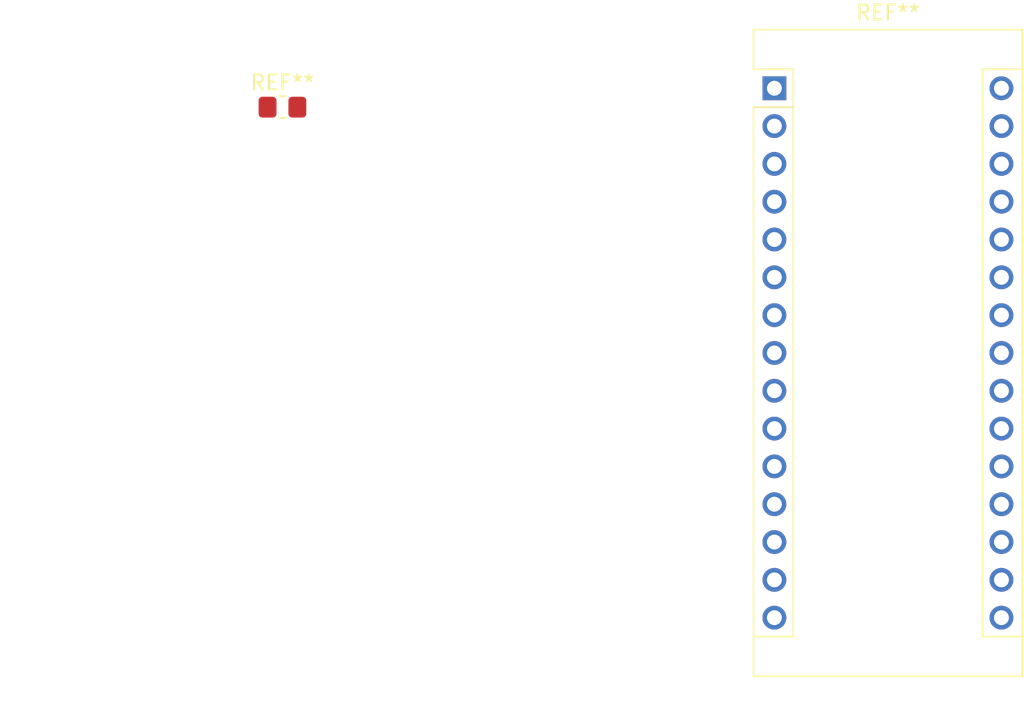
<source format=kicad_pcb>
(kicad_pcb (version 20171130) (host pcbnew "(5.1.12)-1")

  (general
    (thickness 1.6)
    (drawings 0)
    (tracks 0)
    (zones 0)
    (modules 2)
    (nets 1)
  )

  (page A4)
  (layers
    (0 F.Cu signal)
    (31 B.Cu signal)
    (32 B.Adhes user)
    (33 F.Adhes user)
    (34 B.Paste user)
    (35 F.Paste user)
    (36 B.SilkS user)
    (37 F.SilkS user)
    (38 B.Mask user)
    (39 F.Mask user)
    (40 Dwgs.User user)
    (41 Cmts.User user)
    (42 Eco1.User user)
    (43 Eco2.User user)
    (44 Edge.Cuts user)
    (45 Margin user)
    (46 B.CrtYd user)
    (47 F.CrtYd user)
    (48 B.Fab user)
    (49 F.Fab user)
  )

  (setup
    (last_trace_width 0.25)
    (trace_clearance 0.2)
    (zone_clearance 0.508)
    (zone_45_only no)
    (trace_min 0.2)
    (via_size 0.8)
    (via_drill 0.4)
    (via_min_size 0.4)
    (via_min_drill 0.3)
    (uvia_size 0.3)
    (uvia_drill 0.1)
    (uvias_allowed no)
    (uvia_min_size 0.2)
    (uvia_min_drill 0.1)
    (edge_width 0.05)
    (segment_width 0.2)
    (pcb_text_width 0.3)
    (pcb_text_size 1.5 1.5)
    (mod_edge_width 0.12)
    (mod_text_size 1 1)
    (mod_text_width 0.15)
    (pad_size 1.524 1.524)
    (pad_drill 0.762)
    (pad_to_mask_clearance 0)
    (aux_axis_origin 0 0)
    (visible_elements FFFFFF7F)
    (pcbplotparams
      (layerselection 0x010fc_ffffffff)
      (usegerberextensions false)
      (usegerberattributes true)
      (usegerberadvancedattributes true)
      (creategerberjobfile true)
      (excludeedgelayer true)
      (linewidth 0.100000)
      (plotframeref false)
      (viasonmask false)
      (mode 1)
      (useauxorigin false)
      (hpglpennumber 1)
      (hpglpenspeed 20)
      (hpglpendiameter 15.000000)
      (psnegative false)
      (psa4output false)
      (plotreference true)
      (plotvalue true)
      (plotinvisibletext false)
      (padsonsilk false)
      (subtractmaskfromsilk false)
      (outputformat 1)
      (mirror false)
      (drillshape 1)
      (scaleselection 1)
      (outputdirectory ""))
  )

  (net 0 "")

  (net_class Default "This is the default net class."
    (clearance 0.2)
    (trace_width 0.25)
    (via_dia 0.8)
    (via_drill 0.4)
    (uvia_dia 0.3)
    (uvia_drill 0.1)
  )

  (module Module:Arduino_Nano (layer F.Cu) (tedit 58ACAF70) (tstamp 61A134A6)
    (at 138.43 73.66)
    (descr "Arduino Nano, http://www.mouser.com/pdfdocs/Gravitech_Arduino_Nano3_0.pdf")
    (tags "Arduino Nano")
    (fp_text reference REF** (at 7.62 -5.08) (layer F.SilkS)
      (effects (font (size 1 1) (thickness 0.15)))
    )
    (fp_text value Arduino_Nano (at 8.89 19.05 90) (layer F.Fab)
      (effects (font (size 1 1) (thickness 0.15)))
    )
    (fp_text user %R (at 6.35 19.05 90) (layer F.Fab)
      (effects (font (size 1 1) (thickness 0.15)))
    )
    (fp_line (start 1.27 1.27) (end 1.27 -1.27) (layer F.SilkS) (width 0.12))
    (fp_line (start 1.27 -1.27) (end -1.4 -1.27) (layer F.SilkS) (width 0.12))
    (fp_line (start -1.4 1.27) (end -1.4 39.5) (layer F.SilkS) (width 0.12))
    (fp_line (start -1.4 -3.94) (end -1.4 -1.27) (layer F.SilkS) (width 0.12))
    (fp_line (start 13.97 -1.27) (end 16.64 -1.27) (layer F.SilkS) (width 0.12))
    (fp_line (start 13.97 -1.27) (end 13.97 36.83) (layer F.SilkS) (width 0.12))
    (fp_line (start 13.97 36.83) (end 16.64 36.83) (layer F.SilkS) (width 0.12))
    (fp_line (start 1.27 1.27) (end -1.4 1.27) (layer F.SilkS) (width 0.12))
    (fp_line (start 1.27 1.27) (end 1.27 36.83) (layer F.SilkS) (width 0.12))
    (fp_line (start 1.27 36.83) (end -1.4 36.83) (layer F.SilkS) (width 0.12))
    (fp_line (start 3.81 31.75) (end 11.43 31.75) (layer F.Fab) (width 0.1))
    (fp_line (start 11.43 31.75) (end 11.43 41.91) (layer F.Fab) (width 0.1))
    (fp_line (start 11.43 41.91) (end 3.81 41.91) (layer F.Fab) (width 0.1))
    (fp_line (start 3.81 41.91) (end 3.81 31.75) (layer F.Fab) (width 0.1))
    (fp_line (start -1.4 39.5) (end 16.64 39.5) (layer F.SilkS) (width 0.12))
    (fp_line (start 16.64 39.5) (end 16.64 -3.94) (layer F.SilkS) (width 0.12))
    (fp_line (start 16.64 -3.94) (end -1.4 -3.94) (layer F.SilkS) (width 0.12))
    (fp_line (start 16.51 39.37) (end -1.27 39.37) (layer F.Fab) (width 0.1))
    (fp_line (start -1.27 39.37) (end -1.27 -2.54) (layer F.Fab) (width 0.1))
    (fp_line (start -1.27 -2.54) (end 0 -3.81) (layer F.Fab) (width 0.1))
    (fp_line (start 0 -3.81) (end 16.51 -3.81) (layer F.Fab) (width 0.1))
    (fp_line (start 16.51 -3.81) (end 16.51 39.37) (layer F.Fab) (width 0.1))
    (fp_line (start -1.53 -4.06) (end 16.75 -4.06) (layer F.CrtYd) (width 0.05))
    (fp_line (start -1.53 -4.06) (end -1.53 42.16) (layer F.CrtYd) (width 0.05))
    (fp_line (start 16.75 42.16) (end 16.75 -4.06) (layer F.CrtYd) (width 0.05))
    (fp_line (start 16.75 42.16) (end -1.53 42.16) (layer F.CrtYd) (width 0.05))
    (pad 16 thru_hole oval (at 15.24 35.56) (size 1.6 1.6) (drill 1) (layers *.Cu *.Mask))
    (pad 15 thru_hole oval (at 0 35.56) (size 1.6 1.6) (drill 1) (layers *.Cu *.Mask))
    (pad 30 thru_hole oval (at 15.24 0) (size 1.6 1.6) (drill 1) (layers *.Cu *.Mask))
    (pad 14 thru_hole oval (at 0 33.02) (size 1.6 1.6) (drill 1) (layers *.Cu *.Mask))
    (pad 29 thru_hole oval (at 15.24 2.54) (size 1.6 1.6) (drill 1) (layers *.Cu *.Mask))
    (pad 13 thru_hole oval (at 0 30.48) (size 1.6 1.6) (drill 1) (layers *.Cu *.Mask))
    (pad 28 thru_hole oval (at 15.24 5.08) (size 1.6 1.6) (drill 1) (layers *.Cu *.Mask))
    (pad 12 thru_hole oval (at 0 27.94) (size 1.6 1.6) (drill 1) (layers *.Cu *.Mask))
    (pad 27 thru_hole oval (at 15.24 7.62) (size 1.6 1.6) (drill 1) (layers *.Cu *.Mask))
    (pad 11 thru_hole oval (at 0 25.4) (size 1.6 1.6) (drill 1) (layers *.Cu *.Mask))
    (pad 26 thru_hole oval (at 15.24 10.16) (size 1.6 1.6) (drill 1) (layers *.Cu *.Mask))
    (pad 10 thru_hole oval (at 0 22.86) (size 1.6 1.6) (drill 1) (layers *.Cu *.Mask))
    (pad 25 thru_hole oval (at 15.24 12.7) (size 1.6 1.6) (drill 1) (layers *.Cu *.Mask))
    (pad 9 thru_hole oval (at 0 20.32) (size 1.6 1.6) (drill 1) (layers *.Cu *.Mask))
    (pad 24 thru_hole oval (at 15.24 15.24) (size 1.6 1.6) (drill 1) (layers *.Cu *.Mask))
    (pad 8 thru_hole oval (at 0 17.78) (size 1.6 1.6) (drill 1) (layers *.Cu *.Mask))
    (pad 23 thru_hole oval (at 15.24 17.78) (size 1.6 1.6) (drill 1) (layers *.Cu *.Mask))
    (pad 7 thru_hole oval (at 0 15.24) (size 1.6 1.6) (drill 1) (layers *.Cu *.Mask))
    (pad 22 thru_hole oval (at 15.24 20.32) (size 1.6 1.6) (drill 1) (layers *.Cu *.Mask))
    (pad 6 thru_hole oval (at 0 12.7) (size 1.6 1.6) (drill 1) (layers *.Cu *.Mask))
    (pad 21 thru_hole oval (at 15.24 22.86) (size 1.6 1.6) (drill 1) (layers *.Cu *.Mask))
    (pad 5 thru_hole oval (at 0 10.16) (size 1.6 1.6) (drill 1) (layers *.Cu *.Mask))
    (pad 20 thru_hole oval (at 15.24 25.4) (size 1.6 1.6) (drill 1) (layers *.Cu *.Mask))
    (pad 4 thru_hole oval (at 0 7.62) (size 1.6 1.6) (drill 1) (layers *.Cu *.Mask))
    (pad 19 thru_hole oval (at 15.24 27.94) (size 1.6 1.6) (drill 1) (layers *.Cu *.Mask))
    (pad 3 thru_hole oval (at 0 5.08) (size 1.6 1.6) (drill 1) (layers *.Cu *.Mask))
    (pad 18 thru_hole oval (at 15.24 30.48) (size 1.6 1.6) (drill 1) (layers *.Cu *.Mask))
    (pad 2 thru_hole oval (at 0 2.54) (size 1.6 1.6) (drill 1) (layers *.Cu *.Mask))
    (pad 17 thru_hole oval (at 15.24 33.02) (size 1.6 1.6) (drill 1) (layers *.Cu *.Mask))
    (pad 1 thru_hole rect (at 0 0) (size 1.6 1.6) (drill 1) (layers *.Cu *.Mask))
    (model ${KISYS3DMOD}/Module.3dshapes/Arduino_Nano_WithMountingHoles.wrl
      (at (xyz 0 0 0))
      (scale (xyz 1 1 1))
      (rotate (xyz 0 0 0))
    )
  )

  (module Resistor_SMD:R_0805_2012Metric_Pad1.20x1.40mm_HandSolder (layer F.Cu) (tedit 5F68FEEE) (tstamp 61A12FC5)
    (at 105.41 74.93)
    (descr "Resistor SMD 0805 (2012 Metric), square (rectangular) end terminal, IPC_7351 nominal with elongated pad for handsoldering. (Body size source: IPC-SM-782 page 72, https://www.pcb-3d.com/wordpress/wp-content/uploads/ipc-sm-782a_amendment_1_and_2.pdf), generated with kicad-footprint-generator")
    (tags "resistor handsolder")
    (attr smd)
    (fp_text reference REF** (at 0 -1.65) (layer F.SilkS)
      (effects (font (size 1 1) (thickness 0.15)))
    )
    (fp_text value R_0805_2012Metric_Pad1.20x1.40mm_HandSolder (at 0 1.65) (layer F.Fab)
      (effects (font (size 1 1) (thickness 0.15)))
    )
    (fp_text user %R (at 0 0) (layer F.Fab)
      (effects (font (size 0.5 0.5) (thickness 0.08)))
    )
    (fp_line (start -1 0.625) (end -1 -0.625) (layer F.Fab) (width 0.1))
    (fp_line (start -1 -0.625) (end 1 -0.625) (layer F.Fab) (width 0.1))
    (fp_line (start 1 -0.625) (end 1 0.625) (layer F.Fab) (width 0.1))
    (fp_line (start 1 0.625) (end -1 0.625) (layer F.Fab) (width 0.1))
    (fp_line (start -0.227064 -0.735) (end 0.227064 -0.735) (layer F.SilkS) (width 0.12))
    (fp_line (start -0.227064 0.735) (end 0.227064 0.735) (layer F.SilkS) (width 0.12))
    (fp_line (start -1.85 0.95) (end -1.85 -0.95) (layer F.CrtYd) (width 0.05))
    (fp_line (start -1.85 -0.95) (end 1.85 -0.95) (layer F.CrtYd) (width 0.05))
    (fp_line (start 1.85 -0.95) (end 1.85 0.95) (layer F.CrtYd) (width 0.05))
    (fp_line (start 1.85 0.95) (end -1.85 0.95) (layer F.CrtYd) (width 0.05))
    (pad 2 smd roundrect (at 1 0) (size 1.2 1.4) (layers F.Cu F.Paste F.Mask) (roundrect_rratio 0.208333))
    (pad 1 smd roundrect (at -1 0) (size 1.2 1.4) (layers F.Cu F.Paste F.Mask) (roundrect_rratio 0.208333))
    (model ${KISYS3DMOD}/Resistor_SMD.3dshapes/R_0805_2012Metric.wrl
      (at (xyz 0 0 0))
      (scale (xyz 1 1 1))
      (rotate (xyz 0 0 0))
    )
  )

)

</source>
